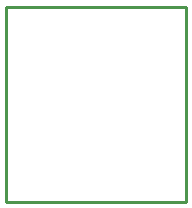
<source format=gbr>
G04 EAGLE Gerber RS-274X export*
G75*
%MOMM*%
%FSLAX34Y34*%
%LPD*%
%IN*%
%IPPOS*%
%AMOC8*
5,1,8,0,0,1.08239X$1,22.5*%
G01*
%ADD10C,0.254000*%


D10*
X0Y0D02*
X152400Y0D01*
X152400Y165100D01*
X0Y165100D01*
X0Y0D01*
M02*

</source>
